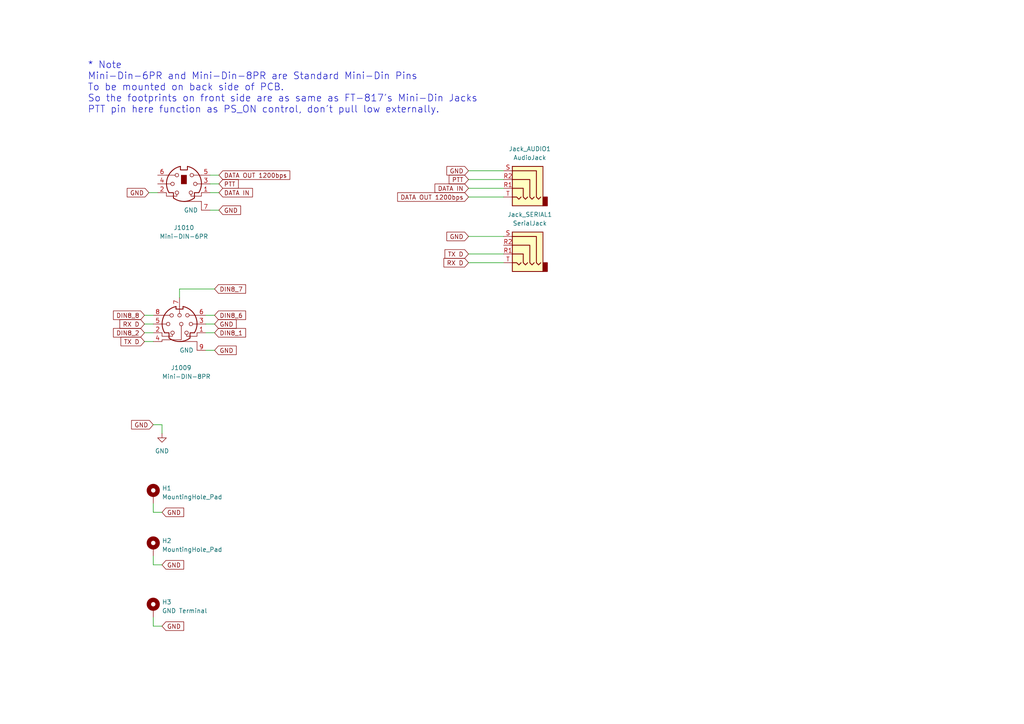
<source format=kicad_sch>
(kicad_sch (version 20230121) (generator eeschema)
  (paper "A4")
  (title_block (title "FT-81x Digirig Adapter") (date "2023-11-23") (rev "v1") (comment 1 "CC-BY-NC-SA 4.0") (comment 2 "With special thanks to: BG6JJI, BI1EIH"))
  (lib_symbols
    (symbol "Connector_Audio:AudioJack4"
      (property "Reference" "J" (at 0 8.89 0))
      (property "Value" "AudioJack4" (at 0 6.35 0))
      (symbol "AudioJack4_0_1"
        (rectangle (start -6.35 -5.08) (end -7.62 -7.62) (stroke (width 0.254)) (fill (type outline)))
        (polyline (pts (xy 0 -5.08) (xy 0.635 -5.715) (xy 1.27 -5.08) (xy 2.54 -5.08)) (stroke (width 0.254)))
        (polyline (pts (xy -5.715 -5.08) (xy -5.08 -5.715) (xy -4.445 -5.08) (xy -4.445 2.54) (xy 2.54 2.54)) (stroke (width 0.254)))
        (polyline (pts (xy -1.905 -5.08) (xy -1.27 -5.715) (xy -0.635 -5.08) (xy -0.635 -2.54) (xy 2.54 -2.54)) (stroke (width 0.254)))
        (polyline (pts (xy 2.54 0) (xy -2.54 0) (xy -2.54 -5.08) (xy -3.175 -5.715) (xy -3.81 -5.08)) (stroke (width 0.254)))
        (rectangle (start 2.54 3.81) (end -6.35 -7.62) (stroke (width 0.254)) (fill (type background)))
      )
      (symbol "AudioJack4_1_1"
        (pin passive line (at 5.08 -2.54 180) (length 2.54) (name "~") (number "R1"))
        (pin passive line (at 5.08 0 180) (length 2.54) (name "~") (number "R2"))
        (pin passive line (at 5.08 2.54 180) (length 2.54) (name "~") (number "S"))
        (pin passive line (at 5.08 -5.08 180) (length 2.54) (name "~") (number "T"))
      )
    )
    (symbol "Library:Mini-DIN-6PR" (pin_names (offset 1.016))
      (property "Reference" "J" (at 0 -11.43 0))
      (property "Value" "Mini-DIN-6PR" (at 0 -13.97 0))
      (symbol "Mini-DIN-6PR_0_1"
        (circle (center -3.302 0) (radius 0.508))
        (arc (start -3.048 -4.064) (mid 0 -5.08) (end 3.048 -4.064) (stroke (width 0.254)))
        (circle (center -2.032 -2.54) (radius 0.508))
        (circle (center -2.032 2.54) (radius 0.508))
        (arc (start -1.016 5.08) (mid -4.6228 2.1214) (end -4.318 -2.54) (stroke (width 0.254)))
        (rectangle (start -0.762 2.54) (end 0.762 0) (fill (type outline)))
        (polyline (pts (xy -3.81 0) (xy -5.08 0)))
        (polyline (pts (xy -2.54 2.54) (xy -5.08 2.54)))
        (polyline (pts (xy 0 -5.08) (xy 5.08 -5.08)))
        (polyline (pts (xy 2.794 2.54) (xy 5.08 2.54)))
        (polyline (pts (xy 5.08 -5.08) (xy 5.08 -7.62)))
        (polyline (pts (xy 5.08 0) (xy 3.81 0)))
        (polyline (pts (xy -4.318 -2.54) (xy -3.048 -2.54) (xy -3.048 -4.064)) (stroke (width 0.254)))
        (polyline (pts (xy 4.318 -2.54) (xy 3.048 -2.54) (xy 3.048 -4.064)) (stroke (width 0.254)))
        (polyline (pts (xy -2.032 -3.048) (xy -2.032 -3.556) (xy -5.08 -3.556) (xy -5.08 -2.54)))
        (polyline (pts (xy -1.016 5.08) (xy -1.016 4.064) (xy 1.016 4.064) (xy 1.016 5.08)) (stroke (width 0.254)))
        (polyline (pts (xy 2.032 -3.048) (xy 2.032 -3.556) (xy 5.08 -3.556) (xy 5.08 -2.54)))
        (circle (center 2.032 -2.54) (radius 0.508))
        (circle (center 2.286 2.54) (radius 0.508))
        (circle (center 3.302 0) (radius 0.508))
        (arc (start 4.318 -2.54) (mid 4.6661 2.1322) (end 1.016 5.08) (stroke (width 0.254)))
      )
      (symbol "Mini-DIN-6PR_1_1"
        (pin passive line (at 7.62 -2.54 180) (length 2.54) (name "~") (number "1"))
        (pin passive line (at -7.62 -2.54 0) (length 2.54) (name "~") (number "2"))
        (pin passive line (at 7.62 0 180) (length 2.54) (name "~") (number "3"))
        (pin passive line (at -7.62 0 0) (length 2.54) (name "~") (number "4"))
        (pin passive line (at 7.62 2.54 180) (length 2.54) (name "~") (number "5"))
        (pin passive line (at -7.62 2.54 0) (length 2.54) (name "~") (number "6"))
        (pin input line (at 7.62 -7.62 180) (length 2.54) (name "GND") (number "7"))
      )
    )
    (symbol "Library:Mini-DIN-8PR" (pin_names (offset 1.016))
      (property "Reference" "J" (at -16.51 -6.35 0))
      (property "Value" "Mini-DIN-8PR" (at -10.16 -8.89 0))
      (symbol "Mini-DIN-8PR_0_1"
        (circle (center -3.302 0) (radius 0.508))
        (arc (start -3.048 -4.064) (mid 0 -5.08) (end 3.048 -4.064) (stroke (width 0.254)))
        (circle (center -2.286 2.5146) (radius 0.508))
        (circle (center -2.032 -2.54) (radius 0.508))
        (arc (start -1.016 5.08) (mid -4.6228 2.1214) (end -4.318 -2.54) (stroke (width 0.254)))
        (polyline (pts (xy -3.81 0) (xy -5.08 0)))
        (polyline (pts (xy -2.794 2.54) (xy -5.334 2.54)))
        (polyline (pts (xy 0 5.1054) (xy 0 3.048)))
        (polyline (pts (xy 2.794 2.54) (xy 5.08 2.54)))
        (polyline (pts (xy 5.08 0) (xy 3.81 0)))
        (polyline (pts (xy -4.318 -2.54) (xy -3.048 -2.54) (xy -3.048 -4.064)) (stroke (width 0.254)))
        (polyline (pts (xy 0 -5.08) (xy 5.08 -5.08) (xy 5.08 -7.62)))
        (polyline (pts (xy 4.318 -2.54) (xy 3.048 -2.54) (xy 3.048 -4.064)) (stroke (width 0.254)))
        (polyline (pts (xy -2.032 -3.048) (xy -2.032 -3.556) (xy -5.08 -3.556) (xy -5.08 -2.54)))
        (polyline (pts (xy -1.016 5.08) (xy -1.016 4.318) (xy 1.016 4.318) (xy 1.016 5.08)) (stroke (width 0.254)))
        (polyline (pts (xy 0.508 -0.508) (xy 0.508 -4.572) (xy -5.08 -4.572) (xy -5.08 -5.08)))
        (polyline (pts (xy 2.032 -3.048) (xy 2.032 -3.556) (xy 5.08 -3.556) (xy 5.08 -2.54)))
        (circle (center 0 2.54) (radius 0.508))
        (circle (center 2.032 -2.54) (radius 0.508))
        (circle (center 2.286 2.54) (radius 0.508))
        (circle (center 3.302 0) (radius 0.508))
        (arc (start 4.318 -2.54) (mid 4.6661 2.1322) (end 1.016 5.08) (stroke (width 0.254)))
      )
      (symbol "Mini-DIN-8PR_1_1"
        (circle (center 0.508 0) (radius 0.508))
        (pin passive line (at 7.62 -2.54 180) (length 2.54) (name "~") (number "1"))
        (pin passive line (at -7.62 -2.54 0) (length 2.54) (name "~") (number "2"))
        (pin passive line (at 7.62 0 180) (length 2.54) (name "~") (number "3"))
        (pin passive line (at -7.62 -5.08 0) (length 2.54) (name "~") (number "4"))
        (pin passive line (at -7.62 0 0) (length 2.54) (name "~") (number "5"))
        (pin passive line (at 7.62 2.54 180) (length 2.54) (name "~") (number "6"))
        (pin passive line (at 0 7.62 270) (length 2.54) (name "~") (number "7"))
        (pin passive line (at -7.62 2.54 0) (length 2.54) (name "~") (number "8"))
        (pin input line (at 7.62 -7.62 180) (length 2.54) (name "GND") (number "9"))
      )
    )
    (symbol "Library:MountingHole_Pad" (pin_numbers hide) (pin_names (offset 1.016) hide)
      (property "Reference" "H" (at 0 6.35 0))
      (property "Value" "MountingHole_Pad" (at 0 4.445 0))
      (symbol "MountingHole_Pad_0_1"
        (circle (center 0 1.27) (radius 1.27) (stroke (width 1.27)))
      )
      (symbol "MountingHole_Pad_1_1"
        (pin input line (at 0 -2.54 90) (length 2.54) (name "1") (number "1"))
      )
    )
    (symbol "power:GND" (power) (pin_names (offset 0))
      (property "Value" "GND" (at 0 -3.81 0))
      (symbol "GND_0_1"
        (polyline (pts (xy 0 0) (xy 0 -1.27) (xy 1.27 -1.27) (xy 0 -2.54) (xy -1.27 -1.27) (xy 0 -1.27)))
      )
      (symbol "GND_1_1"
        (pin power_in line (at 0 0 270) (length 0) hide (name "GND") (number "1"))
      )
    )
  )
  (bus_entry (at -76.2 101.6) (size 2.54 2.54))
  (wire (pts (xy 62.23 93.98) (xy 59.69 93.98)))
  (wire (pts (xy 135.89 57.15) (xy 146.05 57.15)))
  (wire (pts (xy 63.5 55.88) (xy 60.96 55.88)))
  (wire (pts (xy 52.07 86.36) (xy 52.07 83.82)))
  (wire (pts (xy 44.45 148.59) (xy 44.45 146.05)))
  (wire (pts (xy 44.45 181.61) (xy 44.45 179.07)))
  (wire (pts (xy 135.89 54.61) (xy 146.05 54.61)))
  (wire (pts (xy 135.89 52.07) (xy 146.05 52.07)))
  (wire (pts (xy 135.89 76.2) (xy 146.05 76.2)))
  (wire (pts (xy 46.99 125.73) (xy 46.99 123.19)))
  (wire (pts (xy 63.5 50.8) (xy 60.96 50.8)))
  (wire (pts (xy 52.07 83.82) (xy 62.23 83.82)))
  (wire (pts (xy 135.89 68.58) (xy 146.05 68.58)))
  (wire (pts (xy 46.99 123.19) (xy 44.45 123.19)))
  (wire (pts (xy 59.69 91.44) (xy 62.23 91.44)))
  (wire (pts (xy 41.91 93.98) (xy 44.45 93.98)))
  (wire (pts (xy 43.18 55.88) (xy 45.72 55.88)))
  (wire (pts (xy 62.23 101.6) (xy 59.69 101.6)))
  (wire (pts (xy 63.5 60.96) (xy 60.96 60.96)))
  (wire (pts (xy 41.91 91.44) (xy 44.45 91.44)))
  (wire (pts (xy 135.89 73.66) (xy 146.05 73.66)))
  (wire (pts (xy 63.5 53.34) (xy 60.96 53.34)))
  (wire (pts (xy 41.91 96.52) (xy 44.45 96.52)))
  (wire (pts (xy 44.45 181.61) (xy 46.99 181.61)))
  (wire (pts (xy 59.69 96.52) (xy 62.23 96.52)))
  (wire (pts (xy 135.89 49.53) (xy 146.05 49.53)))
  (wire (pts (xy 41.91 99.06) (xy 44.45 99.06)))
  (wire (pts (xy 46.99 163.83) (xy 44.45 163.83)))
  (wire (pts (xy 46.99 148.59) (xy 44.45 148.59)))
  (wire (pts (xy 44.45 163.83) (xy 44.45 161.29)))
  (text "* Note\nMini-Din-6PR and Mini-Din-8PR are Standard Mini-Din Pins\nTo be mounted on back side of PCB.\nSo the footprints on front side are as same as FT-817's Mini-Din Jacks\nPTT pin here function as PS_ON control, don't pull low externally." (at 25.4 33.02 0) (effects (font (size 2 2)) (justify left bottom)))
  (global_label "PTT" (shape input) (at 63.5 53.34 0) (property "Intersheetrefs" "${INTERSHEET_REFS}" (effects hide)))
  (global_label "DATA IN" (shape input) (at 135.89 54.61 180) (property "Intersheetrefs" "${INTERSHEET_REFS}" (effects hide)))
  (global_label "GND" (shape input) (at 62.23 93.98 0) (property "Intersheetrefs" "${INTERSHEET_REFS}" (effects hide)))
  (global_label "GND" (shape input) (at 135.89 49.53 180) (property "Intersheetrefs" "${INTERSHEET_REFS}" (effects hide)))
  (global_label "GND" (shape input) (at 46.99 181.61 0) (property "Intersheetrefs" "${INTERSHEET_REFS}" (effects hide)))
  (global_label "PTT" (shape input) (at 135.89 52.07 180) (property "Intersheetrefs" "${INTERSHEET_REFS}" (effects hide)))
  (global_label "GND" (shape input) (at 135.89 68.58 180) (property "Intersheetrefs" "${INTERSHEET_REFS}" (effects hide)))
  (global_label "GND" (shape input) (at 46.99 148.59 0) (property "Intersheetrefs" "${INTERSHEET_REFS}" (effects hide)))
  (global_label "GND" (shape input) (at 63.5 60.96 0) (property "Intersheetrefs" "${INTERSHEET_REFS}" (effects hide)))
  (global_label "GND" (shape input) (at 46.99 163.83 0) (property "Intersheetrefs" "${INTERSHEET_REFS}" (effects hide)))
  (global_label "GND" (shape input) (at 43.18 55.88 180) (property "Intersheetrefs" "${INTERSHEET_REFS}" (effects hide)))
  (global_label "TX D" (shape input) (at 135.89 73.66 180) (property "Intersheetrefs" "${INTERSHEET_REFS}" (effects hide)))
  (global_label "RX D" (shape input) (at 135.89 76.2 180) (property "Intersheetrefs" "${INTERSHEET_REFS}" (effects hide)))
  (global_label "DIN8_8" (shape input) (at 41.91 91.44 180) (property "Intersheetrefs" "${INTERSHEET_REFS}" (effects hide)))
  (global_label "DIN8_2" (shape input) (at 41.91 96.52 180) (property "Intersheetrefs" "${INTERSHEET_REFS}" (effects hide)))
  (global_label "GND" (shape input) (at 62.23 101.6 0) (property "Intersheetrefs" "${INTERSHEET_REFS}" (effects hide)))
  (global_label "DATA OUT 1200bps" (shape input) (at 63.5 50.8 0) (property "Intersheetrefs" "${INTERSHEET_REFS}" (effects hide)))
  (global_label "TX D" (shape input) (at 41.91 99.06 180) (property "Intersheetrefs" "${INTERSHEET_REFS}" (effects hide)))
  (global_label "DATA OUT 1200bps" (shape input) (at 135.89 57.15 180) (property "Intersheetrefs" "${INTERSHEET_REFS}" (effects hide)))
  (global_label "GND" (shape input) (at 44.45 123.19 180) (property "Intersheetrefs" "${INTERSHEET_REFS}" (effects hide)))
  (global_label "DIN8_1" (shape input) (at 62.23 96.52 0) (property "Intersheetrefs" "${INTERSHEET_REFS}" (effects hide)))
  (global_label "RX D" (shape input) (at 41.91 93.98 180) (property "Intersheetrefs" "${INTERSHEET_REFS}" (effects hide)))
  (global_label "DIN8_6" (shape input) (at 62.23 91.44 0) (property "Intersheetrefs" "${INTERSHEET_REFS}" (effects hide)))
  (global_label "DATA IN" (shape input) (at 63.5 55.88 0) (property "Intersheetrefs" "${INTERSHEET_REFS}" (effects hide)))
  (global_label "DIN8_7" (shape input) (at 62.23 83.82 0) (property "Intersheetrefs" "${INTERSHEET_REFS}" (effects hide)))
  (symbol (lib_id "Connector_Audio:AudioJack4") (at 151.13 71.12 0) (mirror y) (unit 1)
    (property "Reference" "Jack_SERIAL1" (at 153.67 62.23 0))
    (property "Value" "SerialJack" (at 153.67 64.77 0))
    (property "Footprint" "Connector_Audio:Jack_3.5mm_PJ320D_Horizontal" (effects hide))
  )
  (symbol (lib_id "Library:MountingHole_Pad") (at 44.45 158.75 0) (unit 1)
    (property "Reference" "H2" (at 46.99 156.845 0) (effects (justify left)))
    (property "Value" "MountingHole_Pad" (at 46.99 159.385 0) (effects (justify left)))
    (property "Footprint" "MountingHole:MountingHole_2.7mm_M2.5_DIN965_Pad_TopOnly" (effects hide))
  )
  (symbol (lib_id "Library:MountingHole_Pad") (at 44.45 143.51 0) (unit 1)
    (property "Reference" "H1" (at 46.99 141.605 0) (effects (justify left)))
    (property "Value" "MountingHole_Pad" (at 46.99 144.145 0) (effects (justify left)))
    (property "Footprint" "MountingHole:MountingHole_2.7mm_M2.5_DIN965_Pad_TopOnly" (effects hide))
  )
  (symbol (lib_id "power:GND") (at 46.99 125.73 0) (unit 1)
    (property "Reference" "#PWR01" (effects hide))
    (property "Value" "GND" (at 46.99 130.81 0))
  )
  (symbol (lib_id "Library:Mini-DIN-6PR") (at 53.34 53.34 0) (unit 1)
    (property "Reference" "J1010" (at 53.34 66.04 0))
    (property "Value" "Mini-DIN-6PR" (at 53.34 68.58 0))
    (property "Footprint" "Library:MD-6Pin_Reverse" (effects hide))
  )
  (symbol (lib_id "Library:Mini-DIN-8PR") (at 52.07 93.98 0) (unit 1)
    (property "Reference" "J1009" (at 49.53 106.68 0) (effects (justify left)))
    (property "Value" "Mini-DIN-8PR" (at 46.99 109.22 0) (effects (justify left)))
    (property "Footprint" "Library:MD-8Pin_Reverse" (effects hide))
  )
  (symbol (lib_id "Connector_Audio:AudioJack4") (at 151.13 52.07 0) (mirror y) (unit 1)
    (property "Reference" "Jack_AUDIO1" (at 153.67 43.18 0))
    (property "Value" "AudioJack" (at 153.67 45.72 0))
    (property "Footprint" "Connector_Audio:Jack_3.5mm_PJ320D_Horizontal" (effects hide))
  )
  (symbol (lib_id "Library:MountingHole_Pad") (at 44.45 176.53 0) (unit 1)
    (property "Reference" "H3" (at 46.99 174.625 0) (effects (justify left)))
    (property "Value" "GND Terminal" (at 46.99 177.165 0) (effects (justify left)))
    (property "Footprint" "Library:FT-817_GND_terminal_8.4mm_M8_Pad_TopBottom" (effects hide))
  )
)
</source>
